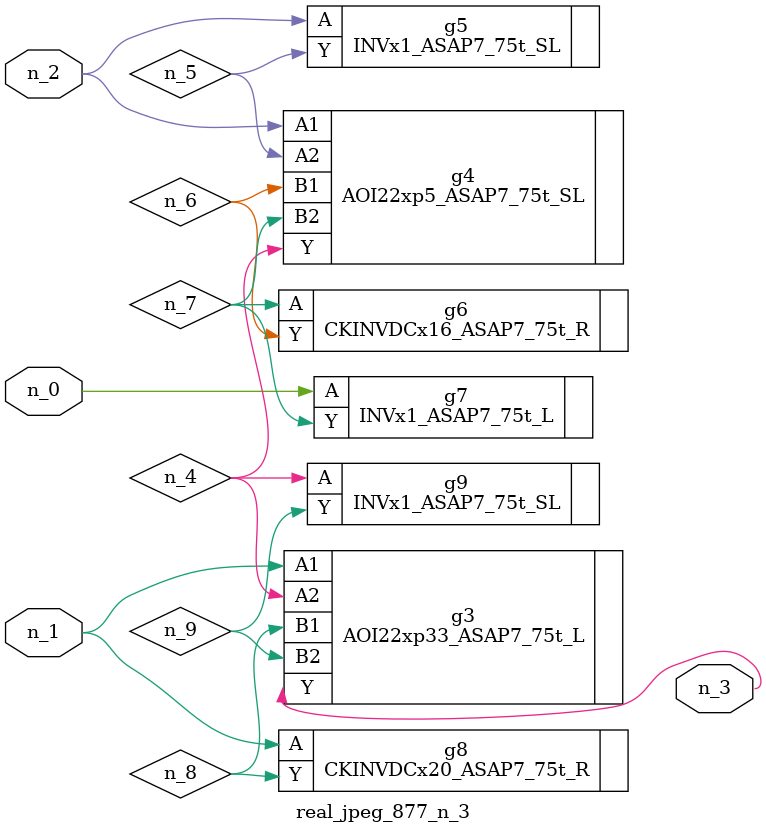
<source format=v>
module real_jpeg_877_n_3 (n_1, n_0, n_2, n_3);

input n_1;
input n_0;
input n_2;

output n_3;

wire n_5;
wire n_8;
wire n_4;
wire n_6;
wire n_7;
wire n_9;

INVx1_ASAP7_75t_L g7 ( 
.A(n_0),
.Y(n_7)
);

AOI22xp33_ASAP7_75t_L g3 ( 
.A1(n_1),
.A2(n_4),
.B1(n_8),
.B2(n_9),
.Y(n_3)
);

CKINVDCx20_ASAP7_75t_R g8 ( 
.A(n_1),
.Y(n_8)
);

AOI22xp5_ASAP7_75t_SL g4 ( 
.A1(n_2),
.A2(n_5),
.B1(n_6),
.B2(n_7),
.Y(n_4)
);

INVx1_ASAP7_75t_SL g5 ( 
.A(n_2),
.Y(n_5)
);

INVx1_ASAP7_75t_SL g9 ( 
.A(n_4),
.Y(n_9)
);

CKINVDCx16_ASAP7_75t_R g6 ( 
.A(n_7),
.Y(n_6)
);


endmodule
</source>
